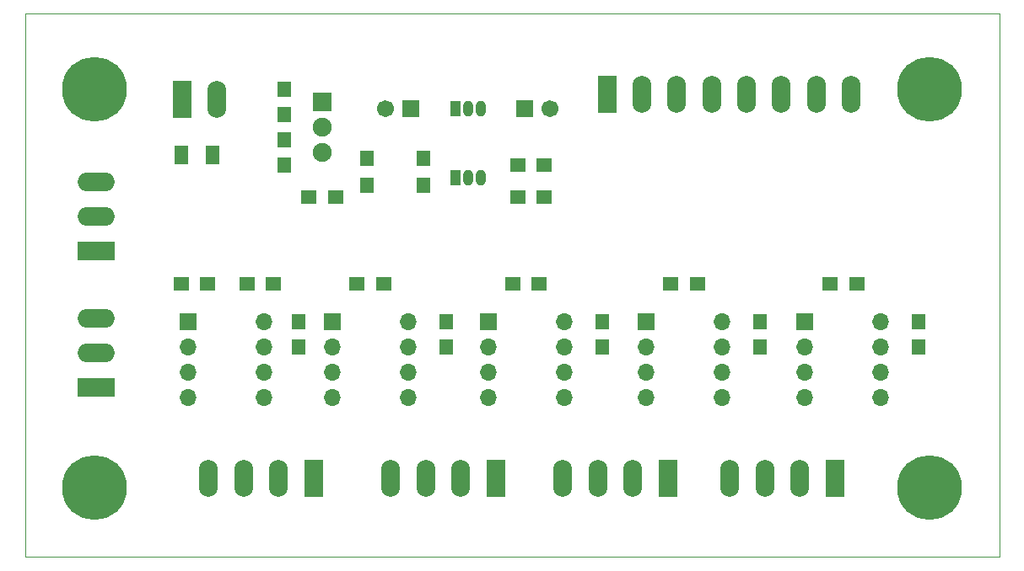
<source format=gts>
G04 #@! TF.FileFunction,Soldermask,Top*
%FSLAX46Y46*%
G04 Gerber Fmt 4.6, Leading zero omitted, Abs format (unit mm)*
G04 Created by KiCad (PCBNEW 4.0.7) date Tuesday, April 10, 2018 'PMt' 09:17:44 PM*
%MOMM*%
%LPD*%
G01*
G04 APERTURE LIST*
%ADD10C,0.100000*%
%ADD11R,1.351600X1.601600*%
%ADD12O,1.001600X1.601600*%
%ADD13R,1.001600X1.601600*%
%ADD14R,1.401600X1.601600*%
%ADD15R,1.601600X1.401600*%
%ADD16R,1.701600X1.701600*%
%ADD17O,1.701600X1.701600*%
%ADD18C,1.701600*%
%ADD19R,1.901600X1.901600*%
%ADD20O,1.901600X1.901600*%
%ADD21R,3.701600X1.901600*%
%ADD22O,3.701600X1.901600*%
%ADD23R,1.901600X3.701600*%
%ADD24O,1.901600X3.701600*%
%ADD25R,1.346600X1.901600*%
%ADD26C,6.501600*%
G04 APERTURE END LIST*
D10*
X115160000Y-128240000D02*
X115160000Y-73630000D01*
X212950000Y-128240000D02*
X115160000Y-128240000D01*
X212950000Y-73630000D02*
X212950000Y-128240000D01*
X115160000Y-73630000D02*
X212950000Y-73630000D01*
D11*
X204822000Y-104638000D03*
X204822000Y-107138000D03*
X188947000Y-104638000D03*
X188947000Y-107138000D03*
X173072000Y-104638000D03*
X173072000Y-107138000D03*
X157451000Y-104638000D03*
X157451000Y-107138000D03*
X141195000Y-81270000D03*
X141195000Y-83770000D03*
X141195000Y-88850000D03*
X141195000Y-86350000D03*
D12*
X159610000Y-83155000D03*
X160880000Y-83155000D03*
D13*
X158340000Y-83155000D03*
D14*
X155165000Y-88155000D03*
X155165000Y-90855000D03*
D15*
X198679000Y-100808000D03*
X195979000Y-100808000D03*
X182677000Y-100808000D03*
X179977000Y-100808000D03*
X166802000Y-100808000D03*
X164102000Y-100808000D03*
X151181000Y-100808000D03*
X148481000Y-100808000D03*
D16*
X193392000Y-104618000D03*
D17*
X201012000Y-112238000D03*
X193392000Y-107158000D03*
X201012000Y-109698000D03*
X193392000Y-109698000D03*
X201012000Y-107158000D03*
X193392000Y-112238000D03*
X201012000Y-104618000D03*
D16*
X177517000Y-104618000D03*
D17*
X185137000Y-112238000D03*
X177517000Y-107158000D03*
X185137000Y-109698000D03*
X177517000Y-109698000D03*
X185137000Y-107158000D03*
X177517000Y-112238000D03*
X185137000Y-104618000D03*
D16*
X161642000Y-104618000D03*
D17*
X169262000Y-112238000D03*
X161642000Y-107158000D03*
X169262000Y-109698000D03*
X161642000Y-109698000D03*
X169262000Y-107158000D03*
X161642000Y-112238000D03*
X169262000Y-104618000D03*
D16*
X146021000Y-104618000D03*
D17*
X153641000Y-112238000D03*
X146021000Y-107158000D03*
X153641000Y-109698000D03*
X146021000Y-109698000D03*
X153641000Y-107158000D03*
X146021000Y-112238000D03*
X153641000Y-104618000D03*
D12*
X159610000Y-90140000D03*
X160880000Y-90140000D03*
D13*
X158340000Y-90140000D03*
D16*
X165325000Y-83155000D03*
D18*
X167825000Y-83155000D03*
D16*
X153895000Y-83155000D03*
D18*
X151395000Y-83155000D03*
D15*
X164610000Y-88870000D03*
X167310000Y-88870000D03*
X167310000Y-92045000D03*
X164610000Y-92045000D03*
X143655000Y-92045000D03*
X146355000Y-92045000D03*
D14*
X149450000Y-90855000D03*
X149450000Y-88155000D03*
D19*
X145005000Y-82520000D03*
D20*
X145005000Y-85060000D03*
X145005000Y-87600000D03*
D21*
X122272000Y-111222000D03*
D22*
X122272000Y-107722000D03*
X122272000Y-104222000D03*
D21*
X122272000Y-97506000D03*
D22*
X122272000Y-94006000D03*
X122272000Y-90506000D03*
D23*
X173580000Y-81758000D03*
D24*
X177080000Y-81758000D03*
X180580000Y-81758000D03*
X184080000Y-81758000D03*
X187580000Y-81758000D03*
X191080000Y-81758000D03*
X194580000Y-81758000D03*
X198080000Y-81758000D03*
D23*
X196440000Y-120366000D03*
D24*
X192940000Y-120366000D03*
X189440000Y-120366000D03*
X185940000Y-120366000D03*
D23*
X179676000Y-120366000D03*
D24*
X176176000Y-120366000D03*
X172676000Y-120366000D03*
X169176000Y-120366000D03*
D23*
X162404000Y-120366000D03*
D24*
X158904000Y-120366000D03*
X155404000Y-120366000D03*
X151904000Y-120366000D03*
D23*
X144116000Y-120366000D03*
D24*
X140616000Y-120366000D03*
X137116000Y-120366000D03*
X133616000Y-120366000D03*
D23*
X130908000Y-82266000D03*
D24*
X134408000Y-82266000D03*
D15*
X140132000Y-100808000D03*
X137432000Y-100808000D03*
X133528000Y-100808000D03*
X130828000Y-100808000D03*
D16*
X131543000Y-104618000D03*
D17*
X139163000Y-112238000D03*
X131543000Y-107158000D03*
X139163000Y-109698000D03*
X131543000Y-109698000D03*
X139163000Y-107158000D03*
X131543000Y-112238000D03*
X139163000Y-104618000D03*
D11*
X142592000Y-107138000D03*
X142592000Y-104638000D03*
D25*
X134024500Y-87854000D03*
X130839500Y-87854000D03*
D26*
X122145000Y-121255000D03*
X122145000Y-81250000D03*
X205965000Y-81250000D03*
X205965000Y-121255000D03*
M02*

</source>
